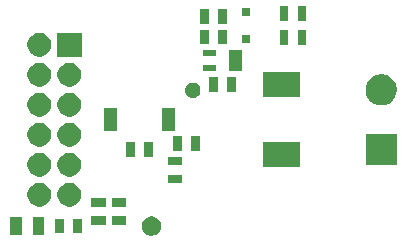
<source format=gbr>
G04 #@! TF.GenerationSoftware,KiCad,Pcbnew,5.0.2*
G04 #@! TF.CreationDate,2020-09-10T14:17:03+02:00*
G04 #@! TF.ProjectId,pmod-ct,706d6f64-2d63-4742-9e6b-696361645f70,1*
G04 #@! TF.SameCoordinates,Original*
G04 #@! TF.FileFunction,Soldermask,Top*
G04 #@! TF.FilePolarity,Negative*
%FSLAX46Y46*%
G04 Gerber Fmt 4.6, Leading zero omitted, Abs format (unit mm)*
G04 Created by KiCad (PCBNEW 5.0.2) date jeu. 10 sept. 2020 14:17:03 CEST*
%MOMM*%
%LPD*%
G01*
G04 APERTURE LIST*
%ADD10C,0.100000*%
G04 APERTURE END LIST*
D10*
G36*
X143237142Y-113218242D02*
X143385102Y-113279530D01*
X143518258Y-113368502D01*
X143631498Y-113481742D01*
X143720470Y-113614898D01*
X143781758Y-113762858D01*
X143813000Y-113919925D01*
X143813000Y-114080075D01*
X143781758Y-114237142D01*
X143720470Y-114385102D01*
X143631498Y-114518258D01*
X143518258Y-114631498D01*
X143385102Y-114720470D01*
X143237142Y-114781758D01*
X143080075Y-114813000D01*
X142919925Y-114813000D01*
X142762858Y-114781758D01*
X142614898Y-114720470D01*
X142481742Y-114631498D01*
X142368502Y-114518258D01*
X142279530Y-114385102D01*
X142218242Y-114237142D01*
X142187000Y-114080075D01*
X142187000Y-113919925D01*
X142218242Y-113762858D01*
X142279530Y-113614898D01*
X142368502Y-113481742D01*
X142481742Y-113368502D01*
X142614898Y-113279530D01*
X142762858Y-113218242D01*
X142919925Y-113187000D01*
X143080075Y-113187000D01*
X143237142Y-113218242D01*
X143237142Y-113218242D01*
G37*
G36*
X133948000Y-114749500D02*
X132957000Y-114749500D01*
X132957000Y-113250500D01*
X133948000Y-113250500D01*
X133948000Y-114749500D01*
X133948000Y-114749500D01*
G37*
G36*
X132043000Y-114749500D02*
X131052000Y-114749500D01*
X131052000Y-113250500D01*
X132043000Y-113250500D01*
X132043000Y-114749500D01*
X132043000Y-114749500D01*
G37*
G36*
X137130500Y-114622500D02*
X136393500Y-114622500D01*
X136393500Y-113377500D01*
X137130500Y-113377500D01*
X137130500Y-114622500D01*
X137130500Y-114622500D01*
G37*
G36*
X135606500Y-114622500D02*
X134869500Y-114622500D01*
X134869500Y-113377500D01*
X135606500Y-113377500D01*
X135606500Y-114622500D01*
X135606500Y-114622500D01*
G37*
G36*
X139122500Y-113880500D02*
X137877500Y-113880500D01*
X137877500Y-113143500D01*
X139122500Y-113143500D01*
X139122500Y-113880500D01*
X139122500Y-113880500D01*
G37*
G36*
X140872500Y-113880500D02*
X139627500Y-113880500D01*
X139627500Y-113143500D01*
X140872500Y-113143500D01*
X140872500Y-113880500D01*
X140872500Y-113880500D01*
G37*
G36*
X140872500Y-112356500D02*
X139627500Y-112356500D01*
X139627500Y-111619500D01*
X140872500Y-111619500D01*
X140872500Y-112356500D01*
X140872500Y-112356500D01*
G37*
G36*
X139122500Y-112356500D02*
X137877500Y-112356500D01*
X137877500Y-111619500D01*
X139122500Y-111619500D01*
X139122500Y-112356500D01*
X139122500Y-112356500D01*
G37*
G36*
X133791981Y-110387468D02*
X133974150Y-110462925D01*
X134138103Y-110572475D01*
X134277525Y-110711897D01*
X134387075Y-110875850D01*
X134462532Y-111058019D01*
X134501000Y-111251410D01*
X134501000Y-111448590D01*
X134462532Y-111641981D01*
X134387075Y-111824150D01*
X134277525Y-111988103D01*
X134138103Y-112127525D01*
X133974150Y-112237075D01*
X133791981Y-112312532D01*
X133598590Y-112351000D01*
X133401410Y-112351000D01*
X133208019Y-112312532D01*
X133025850Y-112237075D01*
X132861897Y-112127525D01*
X132722475Y-111988103D01*
X132612925Y-111824150D01*
X132537468Y-111641981D01*
X132499000Y-111448590D01*
X132499000Y-111251410D01*
X132537468Y-111058019D01*
X132612925Y-110875850D01*
X132722475Y-110711897D01*
X132861897Y-110572475D01*
X133025850Y-110462925D01*
X133208019Y-110387468D01*
X133401410Y-110349000D01*
X133598590Y-110349000D01*
X133791981Y-110387468D01*
X133791981Y-110387468D01*
G37*
G36*
X136331981Y-110387468D02*
X136514150Y-110462925D01*
X136678103Y-110572475D01*
X136817525Y-110711897D01*
X136927075Y-110875850D01*
X137002532Y-111058019D01*
X137041000Y-111251410D01*
X137041000Y-111448590D01*
X137002532Y-111641981D01*
X136927075Y-111824150D01*
X136817525Y-111988103D01*
X136678103Y-112127525D01*
X136514150Y-112237075D01*
X136331981Y-112312532D01*
X136138590Y-112351000D01*
X135941410Y-112351000D01*
X135748019Y-112312532D01*
X135565850Y-112237075D01*
X135401897Y-112127525D01*
X135262475Y-111988103D01*
X135152925Y-111824150D01*
X135077468Y-111641981D01*
X135039000Y-111448590D01*
X135039000Y-111251410D01*
X135077468Y-111058019D01*
X135152925Y-110875850D01*
X135262475Y-110711897D01*
X135401897Y-110572475D01*
X135565850Y-110462925D01*
X135748019Y-110387468D01*
X135941410Y-110349000D01*
X136138590Y-110349000D01*
X136331981Y-110387468D01*
X136331981Y-110387468D01*
G37*
G36*
X145622500Y-110380500D02*
X144377500Y-110380500D01*
X144377500Y-109643500D01*
X145622500Y-109643500D01*
X145622500Y-110380500D01*
X145622500Y-110380500D01*
G37*
G36*
X136331981Y-107847468D02*
X136514150Y-107922925D01*
X136678103Y-108032475D01*
X136817525Y-108171897D01*
X136927075Y-108335850D01*
X137002532Y-108518019D01*
X137041000Y-108711410D01*
X137041000Y-108908590D01*
X137002532Y-109101981D01*
X136927075Y-109284150D01*
X136817525Y-109448103D01*
X136678103Y-109587525D01*
X136514150Y-109697075D01*
X136331981Y-109772532D01*
X136138590Y-109811000D01*
X135941410Y-109811000D01*
X135748019Y-109772532D01*
X135565850Y-109697075D01*
X135401897Y-109587525D01*
X135262475Y-109448103D01*
X135152925Y-109284150D01*
X135077468Y-109101981D01*
X135039000Y-108908590D01*
X135039000Y-108711410D01*
X135077468Y-108518019D01*
X135152925Y-108335850D01*
X135262475Y-108171897D01*
X135401897Y-108032475D01*
X135565850Y-107922925D01*
X135748019Y-107847468D01*
X135941410Y-107809000D01*
X136138590Y-107809000D01*
X136331981Y-107847468D01*
X136331981Y-107847468D01*
G37*
G36*
X133791981Y-107847468D02*
X133974150Y-107922925D01*
X134138103Y-108032475D01*
X134277525Y-108171897D01*
X134387075Y-108335850D01*
X134462532Y-108518019D01*
X134501000Y-108711410D01*
X134501000Y-108908590D01*
X134462532Y-109101981D01*
X134387075Y-109284150D01*
X134277525Y-109448103D01*
X134138103Y-109587525D01*
X133974150Y-109697075D01*
X133791981Y-109772532D01*
X133598590Y-109811000D01*
X133401410Y-109811000D01*
X133208019Y-109772532D01*
X133025850Y-109697075D01*
X132861897Y-109587525D01*
X132722475Y-109448103D01*
X132612925Y-109284150D01*
X132537468Y-109101981D01*
X132499000Y-108908590D01*
X132499000Y-108711410D01*
X132537468Y-108518019D01*
X132612925Y-108335850D01*
X132722475Y-108171897D01*
X132861897Y-108032475D01*
X133025850Y-107922925D01*
X133208019Y-107847468D01*
X133401410Y-107809000D01*
X133598590Y-107809000D01*
X133791981Y-107847468D01*
X133791981Y-107847468D01*
G37*
G36*
X155551000Y-109001000D02*
X152449000Y-109001000D01*
X152449000Y-106899000D01*
X155551000Y-106899000D01*
X155551000Y-109001000D01*
X155551000Y-109001000D01*
G37*
G36*
X163781000Y-108861000D02*
X161139000Y-108861000D01*
X161139000Y-106219000D01*
X163781000Y-106219000D01*
X163781000Y-108861000D01*
X163781000Y-108861000D01*
G37*
G36*
X145622500Y-108856500D02*
X144377500Y-108856500D01*
X144377500Y-108119500D01*
X145622500Y-108119500D01*
X145622500Y-108856500D01*
X145622500Y-108856500D01*
G37*
G36*
X141606500Y-108122500D02*
X140869500Y-108122500D01*
X140869500Y-106877500D01*
X141606500Y-106877500D01*
X141606500Y-108122500D01*
X141606500Y-108122500D01*
G37*
G36*
X143130500Y-108122500D02*
X142393500Y-108122500D01*
X142393500Y-106877500D01*
X143130500Y-106877500D01*
X143130500Y-108122500D01*
X143130500Y-108122500D01*
G37*
G36*
X147130500Y-107622500D02*
X146393500Y-107622500D01*
X146393500Y-106377500D01*
X147130500Y-106377500D01*
X147130500Y-107622500D01*
X147130500Y-107622500D01*
G37*
G36*
X145606500Y-107622500D02*
X144869500Y-107622500D01*
X144869500Y-106377500D01*
X145606500Y-106377500D01*
X145606500Y-107622500D01*
X145606500Y-107622500D01*
G37*
G36*
X133791981Y-105307468D02*
X133974150Y-105382925D01*
X134138103Y-105492475D01*
X134277525Y-105631897D01*
X134387075Y-105795850D01*
X134462532Y-105978019D01*
X134501000Y-106171410D01*
X134501000Y-106368590D01*
X134462532Y-106561981D01*
X134387075Y-106744150D01*
X134277525Y-106908103D01*
X134138103Y-107047525D01*
X133974150Y-107157075D01*
X133791981Y-107232532D01*
X133598590Y-107271000D01*
X133401410Y-107271000D01*
X133208019Y-107232532D01*
X133025850Y-107157075D01*
X132861897Y-107047525D01*
X132722475Y-106908103D01*
X132612925Y-106744150D01*
X132537468Y-106561981D01*
X132499000Y-106368590D01*
X132499000Y-106171410D01*
X132537468Y-105978019D01*
X132612925Y-105795850D01*
X132722475Y-105631897D01*
X132861897Y-105492475D01*
X133025850Y-105382925D01*
X133208019Y-105307468D01*
X133401410Y-105269000D01*
X133598590Y-105269000D01*
X133791981Y-105307468D01*
X133791981Y-105307468D01*
G37*
G36*
X136331981Y-105307468D02*
X136514150Y-105382925D01*
X136678103Y-105492475D01*
X136817525Y-105631897D01*
X136927075Y-105795850D01*
X137002532Y-105978019D01*
X137041000Y-106171410D01*
X137041000Y-106368590D01*
X137002532Y-106561981D01*
X136927075Y-106744150D01*
X136817525Y-106908103D01*
X136678103Y-107047525D01*
X136514150Y-107157075D01*
X136331981Y-107232532D01*
X136138590Y-107271000D01*
X135941410Y-107271000D01*
X135748019Y-107232532D01*
X135565850Y-107157075D01*
X135401897Y-107047525D01*
X135262475Y-106908103D01*
X135152925Y-106744150D01*
X135077468Y-106561981D01*
X135039000Y-106368590D01*
X135039000Y-106171410D01*
X135077468Y-105978019D01*
X135152925Y-105795850D01*
X135262475Y-105631897D01*
X135401897Y-105492475D01*
X135565850Y-105382925D01*
X135748019Y-105307468D01*
X135941410Y-105269000D01*
X136138590Y-105269000D01*
X136331981Y-105307468D01*
X136331981Y-105307468D01*
G37*
G36*
X140120000Y-105970000D02*
X138980000Y-105970000D01*
X138980000Y-104030000D01*
X140120000Y-104030000D01*
X140120000Y-105970000D01*
X140120000Y-105970000D01*
G37*
G36*
X145020000Y-105970000D02*
X143880000Y-105970000D01*
X143880000Y-104030000D01*
X145020000Y-104030000D01*
X145020000Y-105970000D01*
X145020000Y-105970000D01*
G37*
G36*
X136331981Y-102767468D02*
X136514150Y-102842925D01*
X136678103Y-102952475D01*
X136817525Y-103091897D01*
X136927075Y-103255850D01*
X137002532Y-103438019D01*
X137041000Y-103631410D01*
X137041000Y-103828590D01*
X137002532Y-104021981D01*
X136927075Y-104204150D01*
X136817525Y-104368103D01*
X136678103Y-104507525D01*
X136514150Y-104617075D01*
X136331981Y-104692532D01*
X136138590Y-104731000D01*
X135941410Y-104731000D01*
X135748019Y-104692532D01*
X135565850Y-104617075D01*
X135401897Y-104507525D01*
X135262475Y-104368103D01*
X135152925Y-104204150D01*
X135077468Y-104021981D01*
X135039000Y-103828590D01*
X135039000Y-103631410D01*
X135077468Y-103438019D01*
X135152925Y-103255850D01*
X135262475Y-103091897D01*
X135401897Y-102952475D01*
X135565850Y-102842925D01*
X135748019Y-102767468D01*
X135941410Y-102729000D01*
X136138590Y-102729000D01*
X136331981Y-102767468D01*
X136331981Y-102767468D01*
G37*
G36*
X133791981Y-102767468D02*
X133974150Y-102842925D01*
X134138103Y-102952475D01*
X134277525Y-103091897D01*
X134387075Y-103255850D01*
X134462532Y-103438019D01*
X134501000Y-103631410D01*
X134501000Y-103828590D01*
X134462532Y-104021981D01*
X134387075Y-104204150D01*
X134277525Y-104368103D01*
X134138103Y-104507525D01*
X133974150Y-104617075D01*
X133791981Y-104692532D01*
X133598590Y-104731000D01*
X133401410Y-104731000D01*
X133208019Y-104692532D01*
X133025850Y-104617075D01*
X132861897Y-104507525D01*
X132722475Y-104368103D01*
X132612925Y-104204150D01*
X132537468Y-104021981D01*
X132499000Y-103828590D01*
X132499000Y-103631410D01*
X132537468Y-103438019D01*
X132612925Y-103255850D01*
X132722475Y-103091897D01*
X132861897Y-102952475D01*
X133025850Y-102842925D01*
X133208019Y-102767468D01*
X133401410Y-102729000D01*
X133598590Y-102729000D01*
X133791981Y-102767468D01*
X133791981Y-102767468D01*
G37*
G36*
X162760250Y-101172843D02*
X162845322Y-101189765D01*
X162915735Y-101218931D01*
X163085728Y-101289344D01*
X163302092Y-101433914D01*
X163486086Y-101617908D01*
X163630656Y-101834272D01*
X163697136Y-101994770D01*
X163730235Y-102074678D01*
X163781000Y-102329893D01*
X163781000Y-102590107D01*
X163730712Y-102842926D01*
X163730235Y-102845321D01*
X163630656Y-103085728D01*
X163486086Y-103302092D01*
X163302092Y-103486086D01*
X163085728Y-103630656D01*
X162915735Y-103701069D01*
X162845322Y-103730235D01*
X162760250Y-103747157D01*
X162590109Y-103781000D01*
X162329891Y-103781000D01*
X162159750Y-103747157D01*
X162074678Y-103730235D01*
X162004265Y-103701069D01*
X161834272Y-103630656D01*
X161617908Y-103486086D01*
X161433914Y-103302092D01*
X161289344Y-103085728D01*
X161189765Y-102845321D01*
X161189289Y-102842926D01*
X161139000Y-102590107D01*
X161139000Y-102329893D01*
X161189765Y-102074678D01*
X161222864Y-101994770D01*
X161289344Y-101834272D01*
X161433914Y-101617908D01*
X161617908Y-101433914D01*
X161834272Y-101289344D01*
X162004265Y-101218931D01*
X162074678Y-101189765D01*
X162159750Y-101172843D01*
X162329891Y-101139000D01*
X162590109Y-101139000D01*
X162760250Y-101172843D01*
X162760250Y-101172843D01*
G37*
G36*
X146689726Y-101874556D02*
X146808099Y-101923587D01*
X146914634Y-101994772D01*
X147005228Y-102085366D01*
X147076413Y-102191901D01*
X147125444Y-102310274D01*
X147150440Y-102435937D01*
X147150440Y-102564063D01*
X147125444Y-102689726D01*
X147076413Y-102808099D01*
X147005228Y-102914634D01*
X146914634Y-103005228D01*
X146808099Y-103076413D01*
X146689726Y-103125444D01*
X146564063Y-103150440D01*
X146435937Y-103150440D01*
X146310274Y-103125444D01*
X146191901Y-103076413D01*
X146085366Y-103005228D01*
X145994772Y-102914634D01*
X145923587Y-102808099D01*
X145874556Y-102689726D01*
X145849560Y-102564063D01*
X145849560Y-102435937D01*
X145874556Y-102310274D01*
X145923587Y-102191901D01*
X145994772Y-102085366D01*
X146085366Y-101994772D01*
X146191901Y-101923587D01*
X146310274Y-101874556D01*
X146435937Y-101849560D01*
X146564063Y-101849560D01*
X146689726Y-101874556D01*
X146689726Y-101874556D01*
G37*
G36*
X155551000Y-103101000D02*
X152449000Y-103101000D01*
X152449000Y-100999000D01*
X155551000Y-100999000D01*
X155551000Y-103101000D01*
X155551000Y-103101000D01*
G37*
G36*
X150130500Y-102622500D02*
X149393500Y-102622500D01*
X149393500Y-101377500D01*
X150130500Y-101377500D01*
X150130500Y-102622500D01*
X150130500Y-102622500D01*
G37*
G36*
X148606500Y-102622500D02*
X147869500Y-102622500D01*
X147869500Y-101377500D01*
X148606500Y-101377500D01*
X148606500Y-102622500D01*
X148606500Y-102622500D01*
G37*
G36*
X133791981Y-100227468D02*
X133974150Y-100302925D01*
X134138103Y-100412475D01*
X134277525Y-100551897D01*
X134387075Y-100715850D01*
X134462532Y-100898019D01*
X134501000Y-101091410D01*
X134501000Y-101288590D01*
X134462532Y-101481981D01*
X134387075Y-101664150D01*
X134277525Y-101828103D01*
X134138103Y-101967525D01*
X133974150Y-102077075D01*
X133791981Y-102152532D01*
X133598590Y-102191000D01*
X133401410Y-102191000D01*
X133208019Y-102152532D01*
X133025850Y-102077075D01*
X132861897Y-101967525D01*
X132722475Y-101828103D01*
X132612925Y-101664150D01*
X132537468Y-101481981D01*
X132499000Y-101288590D01*
X132499000Y-101091410D01*
X132537468Y-100898019D01*
X132612925Y-100715850D01*
X132722475Y-100551897D01*
X132861897Y-100412475D01*
X133025850Y-100302925D01*
X133208019Y-100227468D01*
X133401410Y-100189000D01*
X133598590Y-100189000D01*
X133791981Y-100227468D01*
X133791981Y-100227468D01*
G37*
G36*
X136331981Y-100227468D02*
X136514150Y-100302925D01*
X136678103Y-100412475D01*
X136817525Y-100551897D01*
X136927075Y-100715850D01*
X137002532Y-100898019D01*
X137041000Y-101091410D01*
X137041000Y-101288590D01*
X137002532Y-101481981D01*
X136927075Y-101664150D01*
X136817525Y-101828103D01*
X136678103Y-101967525D01*
X136514150Y-102077075D01*
X136331981Y-102152532D01*
X136138590Y-102191000D01*
X135941410Y-102191000D01*
X135748019Y-102152532D01*
X135565850Y-102077075D01*
X135401897Y-101967525D01*
X135262475Y-101828103D01*
X135152925Y-101664150D01*
X135077468Y-101481981D01*
X135039000Y-101288590D01*
X135039000Y-101091410D01*
X135077468Y-100898019D01*
X135152925Y-100715850D01*
X135262475Y-100551897D01*
X135401897Y-100412475D01*
X135565850Y-100302925D01*
X135748019Y-100227468D01*
X135941410Y-100189000D01*
X136138590Y-100189000D01*
X136331981Y-100227468D01*
X136331981Y-100227468D01*
G37*
G36*
X150650000Y-100900000D02*
X149550000Y-100900000D01*
X149550000Y-99100000D01*
X150650000Y-99100000D01*
X150650000Y-100900000D01*
X150650000Y-100900000D01*
G37*
G36*
X148450000Y-100900000D02*
X147350000Y-100900000D01*
X147350000Y-100400000D01*
X148450000Y-100400000D01*
X148450000Y-100900000D01*
X148450000Y-100900000D01*
G37*
G36*
X133791981Y-97687468D02*
X133974150Y-97762925D01*
X134138103Y-97872475D01*
X134277525Y-98011897D01*
X134387075Y-98175850D01*
X134462532Y-98358019D01*
X134501000Y-98551410D01*
X134501000Y-98748590D01*
X134462532Y-98941981D01*
X134387075Y-99124150D01*
X134277525Y-99288103D01*
X134138103Y-99427525D01*
X133974150Y-99537075D01*
X133822236Y-99600000D01*
X133791981Y-99612532D01*
X133598590Y-99651000D01*
X133401410Y-99651000D01*
X133208019Y-99612532D01*
X133177764Y-99600000D01*
X133025850Y-99537075D01*
X132861897Y-99427525D01*
X132722475Y-99288103D01*
X132612925Y-99124150D01*
X132537468Y-98941981D01*
X132499000Y-98748590D01*
X132499000Y-98551410D01*
X132537468Y-98358019D01*
X132612925Y-98175850D01*
X132722475Y-98011897D01*
X132861897Y-97872475D01*
X133025850Y-97762925D01*
X133208019Y-97687468D01*
X133401410Y-97649000D01*
X133598590Y-97649000D01*
X133791981Y-97687468D01*
X133791981Y-97687468D01*
G37*
G36*
X137091000Y-99651000D02*
X134989000Y-99651000D01*
X134989000Y-97649000D01*
X137091000Y-97649000D01*
X137091000Y-99651000D01*
X137091000Y-99651000D01*
G37*
G36*
X148450000Y-99600000D02*
X147350000Y-99600000D01*
X147350000Y-99100000D01*
X148450000Y-99100000D01*
X148450000Y-99600000D01*
X148450000Y-99600000D01*
G37*
G36*
X156130500Y-98632500D02*
X155393500Y-98632500D01*
X155393500Y-97387500D01*
X156130500Y-97387500D01*
X156130500Y-98632500D01*
X156130500Y-98632500D01*
G37*
G36*
X154606500Y-98632500D02*
X153869500Y-98632500D01*
X153869500Y-97387500D01*
X154606500Y-97387500D01*
X154606500Y-98632500D01*
X154606500Y-98632500D01*
G37*
G36*
X149380500Y-98622500D02*
X148643500Y-98622500D01*
X148643500Y-97377500D01*
X149380500Y-97377500D01*
X149380500Y-98622500D01*
X149380500Y-98622500D01*
G37*
G36*
X147856500Y-98622500D02*
X147119500Y-98622500D01*
X147119500Y-97377500D01*
X147856500Y-97377500D01*
X147856500Y-98622500D01*
X147856500Y-98622500D01*
G37*
G36*
X151350720Y-98501340D02*
X150649280Y-98501340D01*
X150649280Y-97799900D01*
X151350720Y-97799900D01*
X151350720Y-98501340D01*
X151350720Y-98501340D01*
G37*
G36*
X149380500Y-96872500D02*
X148643500Y-96872500D01*
X148643500Y-95627500D01*
X149380500Y-95627500D01*
X149380500Y-96872500D01*
X149380500Y-96872500D01*
G37*
G36*
X147856500Y-96872500D02*
X147119500Y-96872500D01*
X147119500Y-95627500D01*
X147856500Y-95627500D01*
X147856500Y-96872500D01*
X147856500Y-96872500D01*
G37*
G36*
X156130500Y-96622500D02*
X155393500Y-96622500D01*
X155393500Y-95377500D01*
X156130500Y-95377500D01*
X156130500Y-96622500D01*
X156130500Y-96622500D01*
G37*
G36*
X154606500Y-96622500D02*
X153869500Y-96622500D01*
X153869500Y-95377500D01*
X154606500Y-95377500D01*
X154606500Y-96622500D01*
X154606500Y-96622500D01*
G37*
G36*
X151350720Y-96200100D02*
X150649280Y-96200100D01*
X150649280Y-95498660D01*
X151350720Y-95498660D01*
X151350720Y-96200100D01*
X151350720Y-96200100D01*
G37*
M02*

</source>
